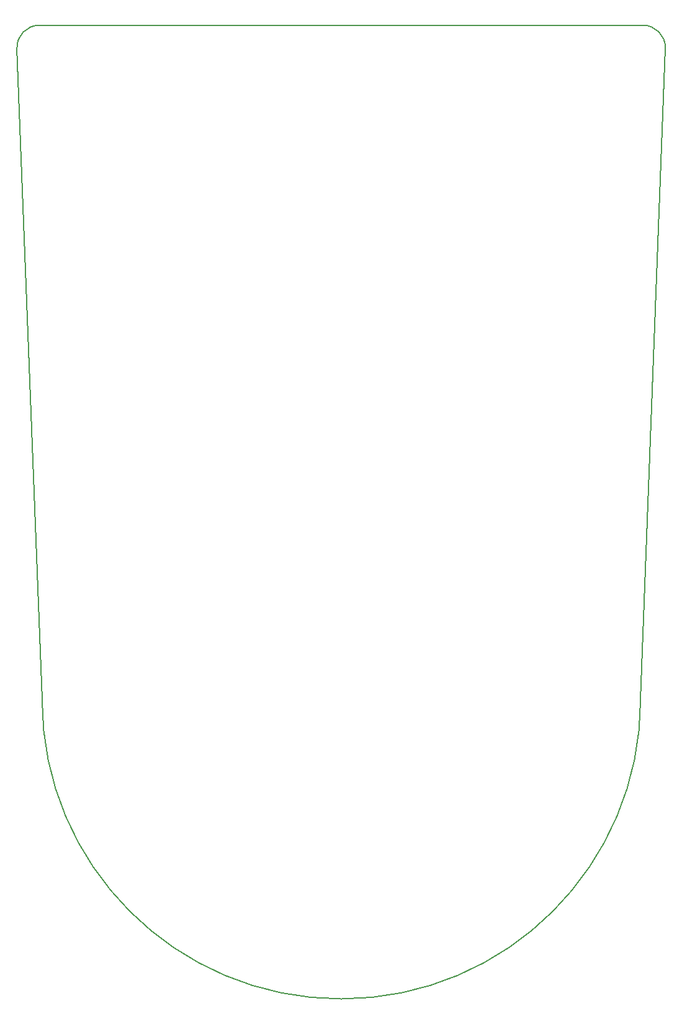
<source format=gm1>
G04 #@! TF.GenerationSoftware,KiCad,Pcbnew,(5.1.4)-1*
G04 #@! TF.CreationDate,2022-04-16T10:18:07+02:00*
G04 #@! TF.ProjectId,cici,63696369-2e6b-4696-9361-645f70636258,rev?*
G04 #@! TF.SameCoordinates,Original*
G04 #@! TF.FileFunction,Profile,NP*
%FSLAX46Y46*%
G04 Gerber Fmt 4.6, Leading zero omitted, Abs format (unit mm)*
G04 Created by KiCad (PCBNEW (5.1.4)-1) date 2022-04-16 10:18:07*
%MOMM*%
%LPD*%
G04 APERTURE LIST*
%ADD10C,0.200000*%
G04 APERTURE END LIST*
D10*
X53300000Y-118000000D02*
X49875929Y-29099977D01*
X135300000Y-25998348D02*
G75*
G02X138325000Y-29125000I0J-3026652D01*
G01*
X138325000Y-29125000D02*
X134950000Y-118000000D01*
X49875903Y-29098907D02*
G75*
G02X52900000Y-26000000I3024097J73907D01*
G01*
X134950000Y-118000000D02*
G75*
G02X53300000Y-118000000I-40825000J0D01*
G01*
X52900000Y-26000000D02*
X135300000Y-26000000D01*
M02*

</source>
